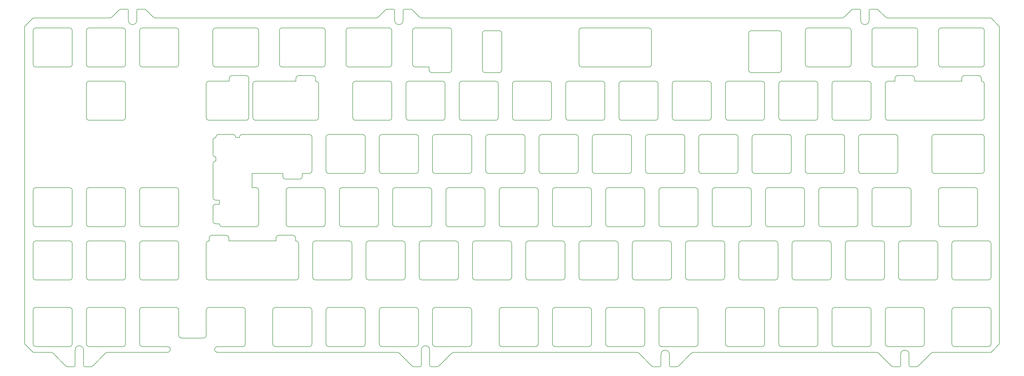
<source format=gbr>
%TF.GenerationSoftware,KiCad,Pcbnew,(6.0.4)*%
%TF.CreationDate,2022-04-30T00:29:43+02:00*%
%TF.ProjectId,fr4plate,66723470-6c61-4746-952e-6b696361645f,rev?*%
%TF.SameCoordinates,Original*%
%TF.FileFunction,Profile,NP*%
%FSLAX46Y46*%
G04 Gerber Fmt 4.6, Leading zero omitted, Abs format (unit mm)*
G04 Created by KiCad (PCBNEW (6.0.4)) date 2022-04-30 00:29:43*
%MOMM*%
%LPD*%
G01*
G04 APERTURE LIST*
%TA.AperFunction,Profile*%
%ADD10C,0.200000*%
%TD*%
G04 APERTURE END LIST*
D10*
X249236589Y-154371634D02*
X261236589Y-154371634D01*
X100309666Y-141371634D02*
G75*
G03*
X99309670Y-140371634I-999966J34D01*
G01*
X52680819Y-57409119D02*
G75*
G03*
X51680819Y-58409140I-19J-999981D01*
G01*
X94550048Y-130559148D02*
G75*
G03*
X95550048Y-129559134I-48J1000048D01*
G01*
X230187548Y-59409148D02*
G75*
G03*
X229187548Y-60409134I-48J-999952D01*
G01*
X280287548Y-73409148D02*
G75*
G03*
X281287548Y-72409134I-48J1000048D01*
G01*
X44446210Y-140371610D02*
G75*
G03*
X43446210Y-141371634I-10J-999990D01*
G01*
X43449999Y-60409164D02*
X43449999Y-72409164D01*
X180273129Y-154371629D02*
G75*
G03*
X181273129Y-153371634I-29J1000029D01*
G01*
X46862536Y-86546154D02*
X46918322Y-86546154D01*
X29637548Y-156396634D02*
X8383868Y-156396634D01*
X225425048Y-97509148D02*
G75*
G03*
X224425048Y-98509134I-48J-999952D01*
G01*
X-6730345Y-161303740D02*
X-11198112Y-156835973D01*
X320768746Y-54340046D02*
G75*
G03*
X321768746Y-53340049I-46J1000046D01*
G01*
X321767554Y-60409146D02*
G75*
G03*
X320767554Y-59409146I-999954J46D01*
G01*
X319387466Y-98509134D02*
G75*
G03*
X318387548Y-97509134I-1000066J-66D01*
G01*
X156462548Y-92459148D02*
G75*
G03*
X157462548Y-91459134I-48J1000048D01*
G01*
X62212464Y-41340036D02*
G75*
G03*
X61212481Y-40340036I-999964J36D01*
G01*
X76500066Y-117559140D02*
X76500066Y-129559140D01*
X209850048Y-117559134D02*
X209850048Y-129559134D01*
X272049970Y-129540030D02*
G75*
G03*
X273050048Y-130540030I999930J-70D01*
G01*
X281286566Y-141371634D02*
G75*
G03*
X280286589Y-140371634I-999966J34D01*
G01*
X25433868Y-36834134D02*
X104041176Y-36834134D01*
X189800048Y-130559148D02*
G75*
G03*
X190800048Y-129559134I-48J1000048D01*
G01*
X209112466Y-161096634D02*
G75*
G03*
X209612548Y-161596634I499934J-66D01*
G01*
X152987548Y-72409134D02*
X152987548Y-60409134D01*
X73025048Y-97509134D02*
X85025048Y-97509134D01*
X118359670Y-154371670D02*
G75*
G03*
X119359670Y-153371634I-70J1000070D01*
G01*
X248236566Y-153371634D02*
G75*
G03*
X249236589Y-154371634I1000034J34D01*
G01*
X44450066Y-116559140D02*
X44537066Y-116559140D01*
X214899970Y-129540030D02*
G75*
G03*
X215900048Y-130540030I999930J-70D01*
G01*
X13587548Y-54359128D02*
G75*
G03*
X14587548Y-53359134I2J999998D01*
G01*
X186323166Y-153371634D02*
G75*
G03*
X187323129Y-154371634I999934J-66D01*
G01*
X45537066Y-114559140D02*
X50537066Y-114559140D01*
X243474966Y-110509134D02*
G75*
G03*
X244475048Y-111509134I999934J-66D01*
G01*
X191087548Y-60409134D02*
X191087548Y-72409134D01*
X118362548Y-78459134D02*
X106362548Y-78459134D01*
X-17462452Y-40359134D02*
G75*
G03*
X-18462452Y-41359134I-1J-999999D01*
G01*
X30637466Y-155371634D02*
G75*
G03*
X29637548Y-154371634I-999966J34D01*
G01*
X108276710Y-33634134D02*
X110362496Y-33634134D01*
X243187548Y-72409134D02*
X243187548Y-60409134D01*
X119623162Y-36394789D02*
G75*
G03*
X120683817Y-36834134I1060638J1060589D01*
G01*
X61212542Y-111509142D02*
G75*
G03*
X62212542Y-110509152I158J999842D01*
G01*
X59862548Y-97509152D02*
X59862548Y-92459134D01*
X157749966Y-129559134D02*
G75*
G03*
X158750048Y-130559134I999934J-66D01*
G01*
X33637566Y-150321634D02*
G75*
G03*
X34637548Y-151321634I1000034J34D01*
G01*
X220662548Y-78459148D02*
G75*
G03*
X219662548Y-79459134I-48J-999952D01*
G01*
X109837481Y-41340036D02*
X109837481Y-53340036D01*
X166987548Y-60409134D02*
X166987548Y-72409134D01*
X163512548Y-78459148D02*
G75*
G03*
X162512548Y-79459134I-48J-999952D01*
G01*
X156462548Y-78459134D02*
X144462548Y-78459134D01*
X105362466Y-91459134D02*
G75*
G03*
X106362548Y-92459134I999934J-66D01*
G01*
X100600048Y-129559134D02*
X100600048Y-117559134D01*
X111566228Y-156396634D02*
X47446210Y-156396634D01*
X243475048Y-110509134D02*
X243475048Y-98509134D01*
X195562466Y-79459134D02*
G75*
G03*
X194562548Y-78459134I-1000066J-66D01*
G01*
X61212482Y-54340081D02*
G75*
G03*
X62212481Y-53340036I-82J1000081D01*
G01*
X199325048Y-111509134D02*
X187325048Y-111509134D01*
X274143746Y-41340049D02*
X274143746Y-53340049D01*
X33637548Y-53359134D02*
X33637548Y-41359134D01*
X205612548Y-161596634D02*
X203526762Y-161596634D01*
X263525048Y-97509148D02*
G75*
G03*
X262525048Y-98509134I-48J-999952D01*
G01*
X161223129Y-140371634D02*
X149223129Y-140371634D01*
X99312548Y-92459148D02*
G75*
G03*
X100312548Y-91459134I-48J1000048D01*
G01*
X181273129Y-153371634D02*
X181273129Y-141371634D01*
X120683817Y-36834134D02*
X270728676Y-36834134D01*
X-5462452Y-140371634D02*
X-17462452Y-140371634D01*
X44449999Y-59409099D02*
G75*
G03*
X43449999Y-60409164I101J-1000101D01*
G01*
X229187548Y-60409134D02*
X229187548Y-72409134D01*
X125409670Y-140371634D02*
X137409670Y-140371634D01*
X302598208Y-156835973D02*
X298130441Y-161303740D01*
X228899970Y-117540030D02*
G75*
G03*
X227900048Y-116540030I-1000070J-70D01*
G01*
X587548Y-60409134D02*
X587548Y-72409134D01*
X287337554Y-59409154D02*
G75*
G03*
X286337554Y-60409146I-154J-999846D01*
G01*
X173037548Y-59409134D02*
X185037548Y-59409134D01*
X81259666Y-141371634D02*
G75*
G03*
X80259670Y-140371634I-999966J34D01*
G01*
X1587548Y-40359134D02*
X13587548Y-40359134D01*
X266000048Y-116540030D02*
X254000048Y-116540030D01*
X104075048Y-111509148D02*
G75*
G03*
X105075048Y-110509134I-48J1000048D01*
G01*
X118359670Y-154371634D02*
X106359670Y-154371634D01*
X85025048Y-111509148D02*
G75*
G03*
X86025048Y-110509134I-48J1000048D01*
G01*
X45862548Y-104417159D02*
X45862548Y-109422131D01*
X113600048Y-130559148D02*
G75*
G03*
X114600048Y-129559134I-48J1000048D01*
G01*
X306387548Y-97509148D02*
G75*
G03*
X305387548Y-98509134I-48J-999952D01*
G01*
X20637548Y-54359134D02*
X32637548Y-54359134D01*
X232662548Y-92459134D02*
X220662548Y-92459134D01*
X55356310Y-79546154D02*
X53953927Y-79546154D01*
X51680819Y-58409140D02*
X51680819Y-59409164D01*
X292100048Y-116540048D02*
G75*
G03*
X291100048Y-117540030I-48J-999952D01*
G01*
X283016228Y-156396634D02*
X217933868Y-156396634D01*
X201706248Y-54359148D02*
G75*
G03*
X202706248Y-53359134I-48J1000048D01*
G01*
X187325048Y-97509148D02*
G75*
G03*
X186325048Y-98509134I-48J-999952D01*
G01*
X258762482Y-40340081D02*
G75*
G03*
X257762481Y-41340036I-82J-999919D01*
G01*
X223137548Y-73409148D02*
G75*
G03*
X224137548Y-72409134I-48J1000048D01*
G01*
X211698334Y-161596606D02*
G75*
G03*
X212405441Y-161303740I66J999906D01*
G01*
X286310662Y-36394789D02*
G75*
G03*
X287371317Y-36834134I1060638J1060589D01*
G01*
X321768866Y-79459134D02*
G75*
G03*
X320768798Y-78459134I-1000066J-66D01*
G01*
X46918322Y-86546154D02*
X46918322Y-87984143D01*
X306387482Y-40340081D02*
G75*
G03*
X305387481Y-41340036I-82J-999919D01*
G01*
X-18462452Y-153371634D02*
G75*
G03*
X-17462452Y-154371634I1000003J3D01*
G01*
X314681788Y-57409146D02*
X319681788Y-57409146D01*
X323150048Y-130540048D02*
G75*
G03*
X324150048Y-129540030I-48J1000048D01*
G01*
X238450361Y-41340081D02*
G75*
G03*
X237449981Y-42340061I-361J-1000019D01*
G01*
X327175048Y-39834134D02*
X327175048Y-153396634D01*
X194562548Y-92459148D02*
G75*
G03*
X195562548Y-91459134I-48J1000048D01*
G01*
X72024966Y-110509134D02*
G75*
G03*
X73025048Y-111509134I999934J-66D01*
G01*
X318387548Y-111509134D02*
X306387548Y-111509134D01*
X286336566Y-153371634D02*
G75*
G03*
X287336589Y-154371634I1000034J34D01*
G01*
X-4462452Y-98509134D02*
G75*
G03*
X-5462452Y-97509134I-999999J1D01*
G01*
X92075048Y-97509134D02*
X104075048Y-97509134D01*
X210137548Y-60409134D02*
X210137548Y-72409134D01*
X225425048Y-97509134D02*
X237425048Y-97509134D01*
X202819646Y-161303749D02*
G75*
G03*
X203526762Y-161596634I707154J707249D01*
G01*
X117268751Y-53340049D02*
G75*
G03*
X118268746Y-54340049I999849J-151D01*
G01*
X313681758Y-59409149D02*
X313681788Y-59401395D01*
X76500060Y-117559140D02*
G75*
G03*
X75500066Y-116559140I-999960J40D01*
G01*
X294837548Y-161096634D02*
X294837548Y-157146634D01*
X76556795Y-57409140D02*
X81556795Y-57409140D01*
X191087466Y-72409134D02*
G75*
G03*
X192087548Y-73409134I999934J-66D01*
G01*
X142175048Y-111509148D02*
G75*
G03*
X143175048Y-110509134I-48J1000048D01*
G01*
X247949970Y-117540030D02*
G75*
G03*
X246950048Y-116540030I-1000070J-70D01*
G01*
X206373129Y-140371629D02*
G75*
G03*
X205373129Y-141371634I-29J-999971D01*
G01*
X143199990Y-41343790D02*
G75*
G03*
X142199990Y-42343772I10J-1000010D01*
G01*
X258762548Y-78459148D02*
G75*
G03*
X257762548Y-79459134I-48J-999952D01*
G01*
X219373166Y-141371634D02*
G75*
G03*
X218373129Y-140371634I-1000066J-66D01*
G01*
X46862548Y-101984143D02*
X48212542Y-101984143D01*
X77794299Y-92459134D02*
X80262548Y-92459134D01*
X291837548Y-157146634D02*
X291837548Y-161096634D01*
X281286589Y-153371634D02*
X281286589Y-141371634D01*
X132650048Y-130559134D02*
X120650048Y-130559134D01*
X86025048Y-98509134D02*
X86025048Y-110509134D01*
X129175048Y-110509134D02*
X129175048Y-98509134D01*
X45537066Y-114559066D02*
G75*
G03*
X44537066Y-115559140I34J-1000034D01*
G01*
X131148208Y-156835973D02*
X126680441Y-161303740D01*
X110862566Y-34134134D02*
G75*
G03*
X110362496Y-33634134I-500066J-66D01*
G01*
X587546Y-153371634D02*
G75*
G03*
X1587548Y-154371634I1000004J4D01*
G01*
X252712466Y-79459134D02*
G75*
G03*
X251712548Y-78459134I-1000066J-66D01*
G01*
X57680819Y-57409140D02*
X52680819Y-57409140D01*
X208850048Y-130559134D02*
X196850048Y-130559134D01*
X219373129Y-153371634D02*
X219373129Y-141371634D01*
X46862548Y-79546148D02*
G75*
G03*
X45862548Y-80546154I-48J-999952D01*
G01*
X75556795Y-59409168D02*
X75556795Y-58409140D01*
X47446210Y-154371610D02*
G75*
G03*
X46446210Y-155371634I-10J-999990D01*
G01*
X149199990Y-42343772D02*
X149199990Y-55343772D01*
X33637466Y-41359134D02*
G75*
G03*
X32637548Y-40359134I-999966J34D01*
G01*
X93456251Y-53340049D02*
G75*
G03*
X94456247Y-54340049I999849J-151D01*
G01*
X223137548Y-59409134D02*
X211137548Y-59409134D01*
X72025048Y-110509134D02*
X72025048Y-98509134D01*
X286337554Y-72409146D02*
G75*
G03*
X287337554Y-73409146I1000046J46D01*
G01*
X106362548Y-78459148D02*
G75*
G03*
X105362548Y-79459134I-48J-999952D01*
G01*
X286336589Y-141371634D02*
X286336589Y-153371634D01*
X15612548Y-34134134D02*
X15612548Y-37659134D01*
X115887548Y-59409148D02*
G75*
G03*
X114887548Y-60409134I-48J-999952D01*
G01*
X113600048Y-130559134D02*
X101600048Y-130559134D01*
X61118808Y-59409207D02*
G75*
G03*
X60118807Y-60409140I-108J-999893D01*
G01*
X114599966Y-117559134D02*
G75*
G03*
X113600048Y-116559134I-1000066J-66D01*
G01*
X228900048Y-117540030D02*
X228900048Y-129540030D01*
X297423334Y-161596634D02*
X295337548Y-161596634D01*
X233662466Y-79459134D02*
G75*
G03*
X232662548Y-78459134I-1000066J-66D01*
G01*
X257475048Y-98509134D02*
X257475048Y-110509134D01*
X283842891Y-33927026D02*
G75*
G03*
X283135783Y-33634134I-707091J-707074D01*
G01*
X13587548Y-154371628D02*
G75*
G03*
X14587548Y-153371634I2J999998D01*
G01*
X110125048Y-98509134D02*
X110125048Y-110509134D01*
X273143746Y-54340046D02*
G75*
G03*
X274143746Y-53340049I-46J1000046D01*
G01*
X275525048Y-111509148D02*
G75*
G03*
X276525048Y-110509134I-48J1000048D01*
G01*
X82643749Y-73409164D02*
X61118807Y-73409140D01*
X200612466Y-91459134D02*
G75*
G03*
X201612548Y-92459134I999934J-66D01*
G01*
X32637548Y-130559148D02*
G75*
G03*
X33637548Y-129559134I-48J1000048D01*
G01*
X185037548Y-73409134D02*
X173037548Y-73409134D01*
X30637548Y-155371634D02*
X30637548Y-155396634D01*
X181562466Y-91459134D02*
G75*
G03*
X182562548Y-92459134I999934J-66D01*
G01*
X157750048Y-129559134D02*
X157750048Y-117559134D01*
X296956246Y-54340046D02*
G75*
G03*
X297956246Y-53340049I-46J1000046D01*
G01*
X109837464Y-41340036D02*
G75*
G03*
X108837481Y-40340036I-999964J36D01*
G01*
X262236589Y-153371634D02*
X262236589Y-141371634D01*
X146937548Y-73409148D02*
G75*
G03*
X147937548Y-72409134I-48J1000048D01*
G01*
X237425048Y-111509148D02*
G75*
G03*
X238425048Y-110509134I-48J1000048D01*
G01*
X-5462452Y-111509134D02*
G75*
G03*
X-4462452Y-110509134I-3J1000003D01*
G01*
X29637548Y-156396648D02*
G75*
G03*
X30637548Y-155396634I-48J1000048D01*
G01*
X48212542Y-103422101D02*
X46862536Y-103422101D01*
X283842890Y-33927027D02*
X286310657Y-36394794D01*
X267000048Y-129540030D02*
X267000048Y-117540030D01*
X-17462452Y-140371634D02*
G75*
G03*
X-18462452Y-141371634I-1J-999999D01*
G01*
X199323129Y-154371629D02*
G75*
G03*
X200323129Y-153371634I-29J1000029D01*
G01*
X42446210Y-151321634D02*
X34637548Y-151321634D01*
X51537066Y-115559140D02*
X51537066Y-116559140D01*
X82556795Y-59409164D02*
X82643749Y-59409164D01*
X202819655Y-161303740D02*
X198351888Y-156835973D01*
X262237548Y-72409134D02*
X262237548Y-60409134D01*
X314681788Y-57409188D02*
G75*
G03*
X313681788Y-58409146I-88J-999912D01*
G01*
X171750048Y-117559134D02*
X171750048Y-129559134D01*
X287371317Y-36834134D02*
X324175048Y-36834134D01*
X13587548Y-154371634D02*
X1587548Y-154371634D01*
X248236589Y-141371634D02*
X248236589Y-153371634D01*
X56456987Y-73409140D02*
X57685791Y-73409140D01*
X237449939Y-55340061D02*
G75*
G03*
X238449601Y-56340061I1000061J61D01*
G01*
X238450361Y-41340061D02*
X248212882Y-41343772D01*
X266000048Y-130540048D02*
G75*
G03*
X267000048Y-129540030I-48J1000048D01*
G01*
X238425048Y-98509134D02*
X238425048Y-110509134D01*
X248212122Y-56343702D02*
G75*
G03*
X249212502Y-55343772I478J999902D01*
G01*
X143175048Y-98509134D02*
X143175048Y-110509134D01*
X157462548Y-91459134D02*
X157462548Y-79459134D01*
X261237548Y-59409134D02*
X249237548Y-59409134D01*
X108837548Y-59409134D02*
X96837548Y-59409134D01*
X300336566Y-141371634D02*
G75*
G03*
X299336589Y-140371634I-999966J34D01*
G01*
X181562548Y-79459134D02*
X181562548Y-91459134D01*
X-5462452Y-54359134D02*
X-17462452Y-54359134D01*
X-5462452Y-130559134D02*
X-17462452Y-130559134D01*
X124409666Y-153371634D02*
G75*
G03*
X125409670Y-154371634I1000034J34D01*
G01*
X74294298Y-94459134D02*
X76794299Y-94459134D01*
X101600048Y-116559134D02*
X113600048Y-116559134D01*
X44537066Y-116559140D02*
X44537066Y-115559140D01*
X93456246Y-53340049D02*
X93456246Y-41340049D01*
X80262548Y-78459134D02*
X56356310Y-78459134D01*
X-18487452Y-156396634D02*
X-21487452Y-153396634D01*
X587548Y-117559134D02*
X587548Y-129559134D01*
X227900048Y-130540030D02*
X215900048Y-130540030D01*
X86309670Y-141371634D02*
X86309670Y-153371634D01*
X186324966Y-110509134D02*
G75*
G03*
X187325048Y-111509134I999934J-66D01*
G01*
X276812548Y-91459134D02*
X276812548Y-79459134D01*
X282575048Y-97509134D02*
X294575048Y-97509134D01*
X162223129Y-153371634D02*
X162223129Y-141371634D01*
X319387548Y-98509134D02*
X319387548Y-110509134D01*
X52997483Y-78459134D02*
X47918322Y-78459134D01*
X218375048Y-97509134D02*
X206375048Y-97509134D01*
X100309670Y-153371634D02*
X100309670Y-141371634D01*
X53953916Y-79458185D02*
G75*
G03*
X52997483Y-78459134I-1000016J-15D01*
G01*
X218373129Y-154371629D02*
G75*
G03*
X219373129Y-153371634I-29J1000029D01*
G01*
X133649966Y-117559134D02*
G75*
G03*
X132650048Y-116559134I-1000066J-66D01*
G01*
X163512548Y-78459134D02*
X175512548Y-78459134D01*
X44450066Y-116559066D02*
G75*
G03*
X43450066Y-117559140I34J-1000034D01*
G01*
X119650048Y-129559134D02*
X119650048Y-117559134D01*
X257762548Y-91459134D02*
X257762548Y-79459134D01*
X101600048Y-116559148D02*
G75*
G03*
X100600048Y-117559134I-48J-999952D01*
G01*
X294575048Y-111509134D02*
X282575048Y-111509134D01*
X205373129Y-141371634D02*
X205373129Y-153371634D01*
X305387481Y-53340036D02*
X305387481Y-41340036D01*
X209112548Y-161096634D02*
X209112548Y-157146634D01*
X217933868Y-156396613D02*
G75*
G03*
X216873208Y-156835973I-68J-1499787D01*
G01*
X-5462452Y-111509134D02*
X-17462452Y-111509134D01*
X249236589Y-140371689D02*
G75*
G03*
X248236589Y-141371634I-89J-999911D01*
G01*
X99309670Y-154371670D02*
G75*
G03*
X100309670Y-153371634I-70J1000070D01*
G01*
X291337548Y-161596634D02*
X289251762Y-161596634D01*
X204087548Y-73409148D02*
G75*
G03*
X205087548Y-72409134I-48J1000048D01*
G01*
X202706166Y-41359134D02*
G75*
G03*
X201706248Y-40359134I-1000066J-66D01*
G01*
X285050048Y-130540048D02*
G75*
G03*
X286050048Y-129540030I-48J1000048D01*
G01*
X281049996Y-33634134D02*
X283135783Y-33634134D01*
X124409670Y-153371634D02*
X124409670Y-141371634D01*
X233949970Y-129540030D02*
G75*
G03*
X234950048Y-130540030I999930J-70D01*
G01*
X189800048Y-130559134D02*
X177800048Y-130559134D01*
X219662548Y-91459134D02*
X219662548Y-79459134D01*
X142175048Y-111509134D02*
X130175048Y-111509134D01*
X-6730345Y-161303740D02*
G75*
G03*
X-6023238Y-161596634I707108J707107D01*
G01*
X120650048Y-116559134D02*
X132650048Y-116559134D01*
X270762548Y-92459148D02*
G75*
G03*
X271762548Y-91459134I-48J1000048D01*
G01*
X587546Y-110509134D02*
G75*
G03*
X1587548Y-111509134I1000004J4D01*
G01*
X81262466Y-79459134D02*
G75*
G03*
X80262548Y-78459134I-1000066J-66D01*
G01*
X96837548Y-73409134D02*
X108837548Y-73409134D01*
X239712548Y-78459148D02*
G75*
G03*
X238712548Y-79459134I-48J-999952D01*
G01*
X161225048Y-111509148D02*
G75*
G03*
X162225048Y-110509134I-48J1000048D01*
G01*
X114887466Y-72409134D02*
G75*
G03*
X115887548Y-73409134I999934J-66D01*
G01*
X310150048Y-129540030D02*
X310150048Y-117540030D01*
X209112548Y-157146634D02*
G75*
G03*
X206112548Y-157146634I-1500000J0D01*
G01*
X258762482Y-40340036D02*
X273143747Y-40340049D01*
X296805811Y-59409146D02*
X313681758Y-59409149D01*
X274964210Y-33634131D02*
G75*
G03*
X274257103Y-33927027I-10J-999969D01*
G01*
X320681788Y-58409146D02*
X320681788Y-59409146D01*
X56449999Y-73409164D02*
X56456987Y-73409140D01*
X321768798Y-79459134D02*
X321768798Y-91459134D01*
X273050048Y-116540030D02*
X285050048Y-116540030D01*
X129174966Y-110509134D02*
G75*
G03*
X130175048Y-111509134I999934J-66D01*
G01*
X177800048Y-116559148D02*
G75*
G03*
X176800048Y-117559134I-48J-999952D01*
G01*
X71829889Y-94458197D02*
X74294298Y-94459134D01*
X2148334Y-161596634D02*
X62548Y-161596634D01*
X294837548Y-157146634D02*
G75*
G03*
X291837548Y-157146634I-1500000J0D01*
G01*
X206375048Y-111509134D02*
X218375048Y-111509134D01*
X108837482Y-54340081D02*
G75*
G03*
X109837481Y-53340036I-82J1000081D01*
G01*
X262525048Y-98509134D02*
X262525048Y-110509134D01*
X75500066Y-130559066D02*
G75*
G03*
X76500066Y-129559140I-66J1000066D01*
G01*
X205612548Y-161596648D02*
G75*
G03*
X206112548Y-161096634I-48J500048D01*
G01*
X306387548Y-97509134D02*
X318387548Y-97509134D01*
X111125048Y-111509134D02*
X123125048Y-111509134D01*
X-17462452Y-97509134D02*
G75*
G03*
X-18462452Y-98509134I-1J-999999D01*
G01*
X75413042Y-115559140D02*
X75413042Y-116559140D01*
X175512548Y-92459148D02*
G75*
G03*
X176512548Y-91459134I-48J1000048D01*
G01*
X201706248Y-54359134D02*
X177799996Y-54359134D01*
X143174966Y-98509134D02*
G75*
G03*
X142175048Y-97509134I-1000066J-66D01*
G01*
X310149970Y-129540030D02*
G75*
G03*
X311150048Y-130540030I999930J-70D01*
G01*
X19637548Y-110509134D02*
X19637548Y-98509134D01*
X46862548Y-87984148D02*
G75*
G03*
X45862548Y-88984143I-48J-999952D01*
G01*
X290805811Y-57409146D02*
X295805811Y-57409146D01*
X168275048Y-97509148D02*
G75*
G03*
X167275048Y-98509134I-48J-999952D01*
G01*
X47918322Y-78459122D02*
G75*
G03*
X46918322Y-79459134I-22J-999978D01*
G01*
X252999970Y-129540030D02*
G75*
G03*
X254000048Y-130540030I999930J-70D01*
G01*
X105075048Y-98509134D02*
X105075048Y-110509134D01*
X73025048Y-97509148D02*
G75*
G03*
X72025048Y-98509134I-48J-999952D01*
G01*
X115887548Y-59409134D02*
X127887548Y-59409134D01*
X149223129Y-154371634D02*
X161223129Y-154371634D01*
X304100048Y-130540030D02*
X292100048Y-130540030D01*
X53953927Y-79546154D02*
X53953927Y-79458185D01*
X32637548Y-140371634D02*
X20637548Y-140371634D01*
X274964210Y-33634134D02*
X277049996Y-33634134D01*
X256475048Y-111509134D02*
X244475048Y-111509134D01*
X238712548Y-91459134D02*
X238712548Y-79459134D01*
X195850048Y-129559134D02*
X195850048Y-117559134D01*
X123149981Y-54340049D02*
X123149981Y-55340061D01*
X-17462452Y-40359134D02*
X-5462452Y-40359134D01*
X44449999Y-73409164D02*
X56449999Y-73409164D01*
X147937548Y-72409134D02*
X147937548Y-60409134D01*
X277549996Y-34134134D02*
X277549996Y-37659134D01*
X199325048Y-111509148D02*
G75*
G03*
X200325048Y-110509134I-48J1000048D01*
G01*
X168275048Y-97509134D02*
X180275048Y-97509134D01*
X8791228Y-36834144D02*
G75*
G03*
X9851888Y-36394794I-28J1500044D01*
G01*
X33637548Y-117559134D02*
X33637548Y-129559134D01*
X139700048Y-116559134D02*
X151700048Y-116559134D01*
X246950048Y-130540030D02*
X234950048Y-130540030D01*
X106359670Y-140371634D02*
X118359670Y-140371634D01*
X67259670Y-141371634D02*
X67259670Y-153371634D01*
X206375048Y-97509148D02*
G75*
G03*
X205375048Y-98509134I-48J-999952D01*
G01*
X320768746Y-54340049D02*
X306387481Y-54340036D01*
X123149939Y-55340061D02*
G75*
G03*
X124149981Y-56340061I1000061J61D01*
G01*
X119359666Y-141371634D02*
G75*
G03*
X118359670Y-140371634I-999966J34D01*
G01*
X-21487452Y-39834134D02*
X-18487452Y-36834134D01*
X320767554Y-73409154D02*
G75*
G03*
X321767554Y-72409146I-154J1000154D01*
G01*
X180275048Y-111509148D02*
G75*
G03*
X181275048Y-110509134I-48J1000048D01*
G01*
X20637548Y-116559128D02*
G75*
G03*
X19637548Y-117559134I2J-1000002D01*
G01*
X138700048Y-129559134D02*
X138700048Y-117559134D01*
X57685791Y-73409138D02*
G75*
G03*
X58680849Y-72409152I-4791J999838D01*
G01*
X242186589Y-154371689D02*
G75*
G03*
X243186589Y-153371634I-89J1000089D01*
G01*
X153987548Y-59409148D02*
G75*
G03*
X152987548Y-60409134I-48J-999952D01*
G01*
X-21487452Y-153396634D02*
X-21487452Y-39834134D01*
X200325048Y-98509134D02*
X200325048Y-110509134D01*
X261236589Y-140371634D02*
X249236589Y-140371634D01*
X-4462452Y-117559134D02*
X-4462452Y-129559134D01*
X303658868Y-156396613D02*
G75*
G03*
X302598208Y-156835973I-68J-1499787D01*
G01*
X61212482Y-54340036D02*
X46831247Y-54340049D01*
X177799996Y-40359196D02*
G75*
G03*
X176799996Y-41359134I-96J-999904D01*
G01*
X13587548Y-111509134D02*
X1587548Y-111509134D01*
X297423334Y-161596606D02*
G75*
G03*
X298130441Y-161303740I66J999906D01*
G01*
X15612548Y-37659134D02*
G75*
G03*
X18612548Y-37659134I1500000J0D01*
G01*
X176800066Y-53359134D02*
G75*
G03*
X177799996Y-54359134I999934J-66D01*
G01*
X275525048Y-97509134D02*
X263525048Y-97509134D01*
X14587546Y-41359134D02*
G75*
G03*
X13587548Y-40359134I-999996J4D01*
G01*
X323150048Y-154371648D02*
G75*
G03*
X324150048Y-153371634I-48J1000048D01*
G01*
X205087466Y-60409134D02*
G75*
G03*
X204087548Y-59409134I-1000066J-66D01*
G01*
X45862548Y-80546154D02*
X45862548Y-85551095D01*
X243187466Y-60409134D02*
G75*
G03*
X242187548Y-59409134I-1000066J-66D01*
G01*
X234950048Y-116540030D02*
X246950048Y-116540030D01*
X137412548Y-92459134D02*
X125412548Y-92459134D01*
X69643751Y-53340049D02*
G75*
G03*
X70643747Y-54340049I1000049J49D01*
G01*
X186323129Y-141371634D02*
X186323129Y-153371634D01*
X-18462452Y-129559134D02*
G75*
G03*
X-17462452Y-130559134I1000003J3D01*
G01*
X304100048Y-130540048D02*
G75*
G03*
X305100048Y-129540030I-48J1000048D01*
G01*
X187323129Y-140371629D02*
G75*
G03*
X186323129Y-141371634I-29J-999971D01*
G01*
X1587548Y-73409134D02*
X13587548Y-73409134D01*
X232662548Y-92459148D02*
G75*
G03*
X233662548Y-91459134I-48J1000048D01*
G01*
X168273129Y-154371634D02*
X180273129Y-154371634D01*
X202706248Y-41359134D02*
X202706248Y-53359134D01*
X86312466Y-91459134D02*
G75*
G03*
X87312548Y-92459134I999934J-66D01*
G01*
X20637548Y-154371634D02*
X29637548Y-154371634D01*
X33637466Y-141371634D02*
G75*
G03*
X32637548Y-140371634I-999966J34D01*
G01*
X311150048Y-116540030D02*
X323150048Y-116540030D01*
X321767554Y-60409146D02*
X321767554Y-72409146D01*
X270728676Y-36834119D02*
G75*
G03*
X271789336Y-36394794I-76J1500219D01*
G01*
X281287466Y-60409134D02*
G75*
G03*
X280287548Y-59409134I-1000066J-66D01*
G01*
X200324966Y-98509134D02*
G75*
G03*
X199325048Y-97509134I-1000066J-66D01*
G01*
X261237548Y-73409148D02*
G75*
G03*
X262237548Y-72409134I-48J1000048D01*
G01*
X249212502Y-42343772D02*
X249212502Y-55343772D01*
X69643746Y-41340049D02*
X69643746Y-53340049D01*
X273050048Y-116540048D02*
G75*
G03*
X272050048Y-117540030I-48J-999952D01*
G01*
X148223166Y-153371634D02*
G75*
G03*
X149223129Y-154371634I999934J-66D01*
G01*
X45831251Y-53340049D02*
G75*
G03*
X46831247Y-54340049I1000049J49D01*
G01*
X280287548Y-59409134D02*
X268287548Y-59409134D01*
X297956251Y-41340049D02*
G75*
G03*
X296956247Y-40340049I-1000151J-151D01*
G01*
X56446210Y-140371634D02*
X44446210Y-140371634D01*
X216873208Y-156835973D02*
X212405441Y-161303740D01*
X100599966Y-129559134D02*
G75*
G03*
X101600048Y-130559134I999934J-66D01*
G01*
X587546Y-129559134D02*
G75*
G03*
X1587548Y-130559134I1000004J4D01*
G01*
X305387466Y-110509134D02*
G75*
G03*
X306387548Y-111509134I999934J-66D01*
G01*
X117094655Y-161303740D02*
X112626888Y-156835973D01*
X133937466Y-72409134D02*
G75*
G03*
X134937548Y-73409134I999934J-66D01*
G01*
X70829874Y-92459134D02*
X70829874Y-93458197D01*
X167274966Y-110509134D02*
G75*
G03*
X168275048Y-111509134I999934J-66D01*
G01*
X15612466Y-34134134D02*
G75*
G03*
X15112548Y-33634134I-499966J34D01*
G01*
X83643749Y-60409164D02*
X83643749Y-72409164D01*
X-11198112Y-156835973D02*
G75*
G03*
X-12258772Y-156396634I-1060658J-1060657D01*
G01*
X205374966Y-110509134D02*
G75*
G03*
X206375048Y-111509134I999934J-66D01*
G01*
X587548Y-153371634D02*
X587548Y-141371634D01*
X-12258772Y-156396634D02*
X-18487452Y-156396634D01*
X105074966Y-98509134D02*
G75*
G03*
X104075048Y-97509134I-1000066J-66D01*
G01*
X292100048Y-116540030D02*
X304100048Y-116540030D01*
X152700048Y-117559134D02*
X152700048Y-129559134D01*
X111125048Y-97509148D02*
G75*
G03*
X110125048Y-98509134I-48J-999952D01*
G01*
X244475048Y-97509148D02*
G75*
G03*
X243475048Y-98509134I-48J-999952D01*
G01*
X58680760Y-58409140D02*
G75*
G03*
X57680819Y-57409140I-999960J40D01*
G01*
X167275048Y-110509134D02*
X167275048Y-98509134D01*
X172037466Y-72409134D02*
G75*
G03*
X173037548Y-73409134I999934J-66D01*
G01*
X324149966Y-141371634D02*
G75*
G03*
X323150048Y-140371634I-1000066J-66D01*
G01*
X105359666Y-153371634D02*
G75*
G03*
X106359670Y-154371634I1000034J34D01*
G01*
X114362496Y-33634134D02*
X116448283Y-33634134D01*
X205087548Y-72409134D02*
X205087548Y-60409134D01*
X291337548Y-161596648D02*
G75*
G03*
X291837548Y-161096634I-48J500048D01*
G01*
X200323166Y-141371634D02*
G75*
G03*
X199323129Y-140371634I-1000066J-66D01*
G01*
X261236589Y-154371689D02*
G75*
G03*
X262236589Y-153371634I-89J1000089D01*
G01*
X14587548Y-141371634D02*
X14587548Y-153371634D01*
X108837548Y-73409148D02*
G75*
G03*
X109837548Y-72409134I-48J1000048D01*
G01*
X104075048Y-111509134D02*
X92075048Y-111509134D01*
X14587548Y-72409134D02*
X14587548Y-60409134D01*
X46862548Y-110422131D02*
X48212542Y-110422131D01*
X295575048Y-98509134D02*
X295575048Y-110509134D01*
X206112548Y-157146634D02*
X206112548Y-161096634D01*
X213612548Y-92459148D02*
G75*
G03*
X214612548Y-91459134I-48J1000048D01*
G01*
X13026762Y-33634134D02*
X15112548Y-33634134D01*
X91074966Y-110509134D02*
G75*
G03*
X92075048Y-111509134I999934J-66D01*
G01*
X14587546Y-117559134D02*
G75*
G03*
X13587548Y-116559134I-999996J4D01*
G01*
X94550048Y-130559134D02*
X82550048Y-130559134D01*
X168273129Y-140371629D02*
G75*
G03*
X167273129Y-141371634I-29J-999971D01*
G01*
X176512466Y-79459134D02*
G75*
G03*
X175512548Y-78459134I-1000066J-66D01*
G01*
X58680819Y-59401389D02*
X58680819Y-58409140D01*
X86024981Y-53340036D02*
X86024981Y-41340036D01*
X51680819Y-59409164D02*
X44449999Y-59409164D01*
X177799996Y-40359134D02*
X187318613Y-40359142D01*
X118268746Y-40340046D02*
G75*
G03*
X117268746Y-41340049I-46J-999954D01*
G01*
X-4462452Y-41359134D02*
G75*
G03*
X-5462452Y-40359134I-999999J1D01*
G01*
X68413012Y-116559140D02*
X68413042Y-116551389D01*
X229187466Y-72409134D02*
G75*
G03*
X230187548Y-73409134I999934J-66D01*
G01*
X-18462452Y-129559134D02*
X-18462452Y-117559134D01*
X108837482Y-54340036D02*
X94456247Y-54340049D01*
X46831246Y-40340049D02*
X61212481Y-40340036D01*
X281574981Y-53340036D02*
X281574981Y-41340036D01*
X112626908Y-156835953D02*
G75*
G03*
X111566228Y-156396634I-1060708J-1060847D01*
G01*
X324175048Y-156396634D02*
X303658868Y-156396634D01*
X214612548Y-79459134D02*
X214612548Y-91459134D01*
X214900048Y-129540030D02*
X214900048Y-117540030D01*
X82643749Y-73409249D02*
G75*
G03*
X83643749Y-72409164I51J999949D01*
G01*
X142199928Y-55343772D02*
G75*
G03*
X143199990Y-56343772I1000072J72D01*
G01*
X247950048Y-117540030D02*
X247950048Y-129540030D01*
X263525048Y-111509134D02*
X275525048Y-111509134D01*
X48212542Y-110422131D02*
X48212542Y-110509152D01*
X14587548Y-41359134D02*
X14587548Y-53359134D01*
X1587548Y-140371634D02*
X13587548Y-140371634D01*
X33637466Y-98509134D02*
G75*
G03*
X32637548Y-97509134I-999966J34D01*
G01*
X100312548Y-91459134D02*
X100312548Y-79459134D01*
X46918322Y-79546154D02*
X46862548Y-79546154D01*
X144462548Y-92459134D02*
X156462548Y-92459134D01*
X182562548Y-92459134D02*
X194562548Y-92459134D01*
X282575048Y-97509148D02*
G75*
G03*
X281575048Y-98509134I-48J-999952D01*
G01*
X288544655Y-161303740D02*
X284076888Y-156835973D01*
X321768746Y-41340049D02*
X321768746Y-53340049D01*
X201612548Y-78459134D02*
X213612548Y-78459134D01*
X14587546Y-98509134D02*
G75*
G03*
X13587548Y-97509134I-999996J4D01*
G01*
X83643736Y-60409164D02*
G75*
G03*
X82643749Y-59409164I-1000036J-36D01*
G01*
X262524966Y-110509134D02*
G75*
G03*
X263525048Y-111509134I999934J-66D01*
G01*
X282574982Y-40340036D02*
X296956247Y-40340049D01*
X-3437452Y-155571634D02*
X-3437452Y-161096634D01*
X-437452Y-155571634D02*
G75*
G03*
X-3437452Y-155571634I-1500000J0D01*
G01*
X149225048Y-97509134D02*
X161225048Y-97509134D01*
X277549996Y-37659134D02*
G75*
G03*
X280549996Y-37659134I1500000J0D01*
G01*
X-18462452Y-53359134D02*
G75*
G03*
X-17462452Y-54359134I1000003J3D01*
G01*
X262237466Y-60409134D02*
G75*
G03*
X261237548Y-59409134I-1000066J-66D01*
G01*
X229186566Y-153371634D02*
G75*
G03*
X230186589Y-154371634I1000034J34D01*
G01*
X-4462452Y-153371634D02*
X-4462452Y-141371634D01*
X-18462452Y-53359134D02*
X-18462452Y-41359134D01*
X280549996Y-37659134D02*
X280549996Y-34134134D01*
X267287466Y-72409134D02*
G75*
G03*
X268287548Y-73409134I999934J-66D01*
G01*
X24373217Y-36394785D02*
G75*
G03*
X25433868Y-36834134I1060683J1060685D01*
G01*
X123387548Y-161096634D02*
X123387548Y-155571634D01*
X271789336Y-36394794D02*
X274257103Y-33927027D01*
X276525048Y-110509134D02*
X276525048Y-98509134D01*
X43450060Y-129559140D02*
G75*
G03*
X44450066Y-130559140I1000040J40D01*
G01*
X158750048Y-116559148D02*
G75*
G03*
X157750048Y-117559134I-48J-999952D01*
G01*
X14587546Y-60409134D02*
G75*
G03*
X13587548Y-59409134I-999996J4D01*
G01*
X161223129Y-154371629D02*
G75*
G03*
X162223129Y-153371634I-29J1000029D01*
G01*
X288544646Y-161303749D02*
G75*
G03*
X289251762Y-161596634I707154J707249D01*
G01*
X297956246Y-41340049D02*
X297956246Y-53340049D01*
X151700048Y-130559134D02*
X139700048Y-130559134D01*
X110862496Y-37659134D02*
G75*
G03*
X113862496Y-37659134I1500000J0D01*
G01*
X257474966Y-98509134D02*
G75*
G03*
X256475048Y-97509134I-1000066J-66D01*
G01*
X19112548Y-33634148D02*
G75*
G03*
X18612548Y-34134134I-48J-499952D01*
G01*
X96837548Y-59409148D02*
G75*
G03*
X95837548Y-60409134I-48J-999952D01*
G01*
X100312466Y-79459134D02*
G75*
G03*
X99312548Y-78459134I-1000066J-66D01*
G01*
X149199928Y-42343772D02*
G75*
G03*
X148199990Y-41343772I-999928J72D01*
G01*
X21905417Y-33927051D02*
G75*
G03*
X21198334Y-33634134I-707117J-707049D01*
G01*
X60118760Y-72409140D02*
G75*
G03*
X61118807Y-73409140I1000040J40D01*
G01*
X282574982Y-40340081D02*
G75*
G03*
X281574981Y-41340036I-82J-999919D01*
G01*
X305387548Y-110509134D02*
X305387548Y-98509134D01*
X158750048Y-116559134D02*
X170750048Y-116559134D01*
X80262548Y-92459148D02*
G75*
G03*
X81262548Y-91459134I-48J1000048D01*
G01*
X218373129Y-140371634D02*
X206373129Y-140371634D01*
X304006298Y-78459134D02*
X320768798Y-78459134D01*
X211137548Y-73409134D02*
X223137548Y-73409134D01*
X95837466Y-72409134D02*
G75*
G03*
X96837548Y-73409134I999934J-66D01*
G01*
X77794299Y-93459134D02*
X77794299Y-92459134D01*
X-4462452Y-117559134D02*
G75*
G03*
X-5462452Y-116559134I-999999J1D01*
G01*
X294575048Y-111509148D02*
G75*
G03*
X295575048Y-110509134I-48J1000048D01*
G01*
X258762548Y-78459134D02*
X270762548Y-78459134D01*
X33637466Y-117559134D02*
G75*
G03*
X32637548Y-116559134I-999966J34D01*
G01*
X276524966Y-98509134D02*
G75*
G03*
X275525048Y-97509134I-1000066J-66D01*
G01*
X-437454Y-161096634D02*
G75*
G03*
X62548Y-161596634I500004J4D01*
G01*
X257762464Y-53340036D02*
G75*
G03*
X258762481Y-54340036I1000036J36D01*
G01*
X117094646Y-161303749D02*
G75*
G03*
X117801762Y-161596634I707154J707249D01*
G01*
X187323129Y-154371634D02*
X199323129Y-154371634D01*
X137409670Y-154371634D02*
X125409670Y-154371634D01*
X324175048Y-36834134D02*
X327175048Y-39834134D01*
X118268746Y-54340049D02*
X123149981Y-54340049D01*
X227900048Y-130540048D02*
G75*
G03*
X228900048Y-129540030I-48J1000048D01*
G01*
X119362466Y-79459134D02*
G75*
G03*
X118362548Y-78459134I-1000066J-66D01*
G01*
X196850048Y-116559134D02*
X208850048Y-116559134D01*
X130175048Y-97509134D02*
X142175048Y-97509134D01*
X324150048Y-141371634D02*
X324150048Y-153371634D01*
X290812548Y-79459134D02*
X290812548Y-91459134D01*
X237449981Y-55340061D02*
X237449981Y-42340061D01*
X62212481Y-41340036D02*
X62212481Y-53340036D01*
X251712548Y-92459134D02*
X239712548Y-92459134D01*
X19112548Y-33634134D02*
X21198334Y-33634134D01*
X277550066Y-34134134D02*
G75*
G03*
X277049996Y-33634134I-500066J-66D01*
G01*
X125412548Y-78459134D02*
X137412548Y-78459134D01*
X324149970Y-117540030D02*
G75*
G03*
X323150048Y-116540030I-1000070J-70D01*
G01*
X587548Y-110509134D02*
X587548Y-98509134D01*
X-17462452Y-97509134D02*
X-5462452Y-97509134D01*
X268286589Y-154371634D02*
X280286589Y-154371634D01*
X114887548Y-72409134D02*
X114887548Y-60409134D01*
X87309670Y-154371634D02*
X99309670Y-154371634D01*
X195562548Y-91459134D02*
X195562548Y-79459134D01*
X310149966Y-153371634D02*
G75*
G03*
X311150048Y-154371634I999934J-66D01*
G01*
X162512466Y-91459134D02*
G75*
G03*
X163512548Y-92459134I999934J-66D01*
G01*
X119359670Y-141371634D02*
X119359670Y-153371634D01*
X51537060Y-115559140D02*
G75*
G03*
X50537066Y-114559140I-999960J40D01*
G01*
X49212542Y-111509152D02*
X61212542Y-111509152D01*
X-4462452Y-41359134D02*
X-4462452Y-53359134D01*
X18612548Y-37659134D02*
X18612548Y-34134134D01*
X192087548Y-59409148D02*
G75*
G03*
X191087548Y-60409134I-48J-999952D01*
G01*
X281575048Y-110509134D02*
X281575048Y-98509134D01*
X181273166Y-141371634D02*
G75*
G03*
X180273129Y-140371634I-1000066J-66D01*
G01*
X130268746Y-40340049D02*
X118268746Y-40340049D01*
X161225048Y-111509134D02*
X149225048Y-111509134D01*
X238424966Y-98509134D02*
G75*
G03*
X237425048Y-97509134I-1000066J-66D01*
G01*
X60118807Y-72409140D02*
X60118807Y-60409140D01*
X187318613Y-40359142D02*
X187324983Y-40359121D01*
X-437452Y-161096634D02*
X-437452Y-155571634D01*
X142199990Y-55343772D02*
X142199990Y-42343772D01*
X285050048Y-130540030D02*
X273050048Y-130540030D01*
X148224966Y-110509134D02*
G75*
G03*
X149225048Y-111509134I999934J-66D01*
G01*
X243186589Y-141371634D02*
X243186589Y-153371634D01*
X280286589Y-154371689D02*
G75*
G03*
X281286589Y-153371634I-89J1000089D01*
G01*
X133650048Y-117559134D02*
X133650048Y-129559134D01*
X249237548Y-73409134D02*
X261237548Y-73409134D01*
X305099970Y-117540030D02*
G75*
G03*
X304100048Y-116540030I-1000070J-70D01*
G01*
X267287548Y-60409134D02*
X267287548Y-72409134D01*
X128887466Y-60409134D02*
G75*
G03*
X127887548Y-59409134I-1000066J-66D01*
G01*
X70643747Y-54340049D02*
X85024982Y-54340036D01*
X105101836Y-36394794D02*
X107569603Y-33927027D01*
X86312548Y-79459134D02*
X86312548Y-91459134D01*
X190799966Y-117559134D02*
G75*
G03*
X189800048Y-116559134I-1000066J-66D01*
G01*
X1587548Y-59409134D02*
G75*
G03*
X587548Y-60409134I-1J-999999D01*
G01*
X289812548Y-92459134D02*
X277812548Y-92459134D01*
X109837548Y-72409134D02*
X109837548Y-60409134D01*
X175512548Y-92459134D02*
X163512548Y-92459134D01*
X197291228Y-156396634D02*
X132208868Y-156396634D01*
X57446166Y-141371634D02*
G75*
G03*
X56446210Y-140371634I-999966J34D01*
G01*
X233950048Y-129540030D02*
X233950048Y-117540030D01*
X587546Y-72409134D02*
G75*
G03*
X1587548Y-73409134I1000004J4D01*
G01*
X290805811Y-57409211D02*
G75*
G03*
X289805811Y-58409146I-111J-999889D01*
G01*
X32637548Y-40359134D02*
X20637548Y-40359134D01*
X87309670Y-140371670D02*
G75*
G03*
X86309670Y-141371634I-70J-999930D01*
G01*
X69413042Y-114559140D02*
X74413042Y-114559140D01*
X105362548Y-79459134D02*
X105362548Y-91459134D01*
X234950048Y-116540048D02*
G75*
G03*
X233950048Y-117540030I-48J-999952D01*
G01*
X162223166Y-141371634D02*
G75*
G03*
X161223129Y-140371634I-1000066J-66D01*
G01*
X87312548Y-78459148D02*
G75*
G03*
X86312548Y-79459134I-48J-999952D01*
G01*
X239712548Y-78459134D02*
X251712548Y-78459134D01*
X106362548Y-92459134D02*
X118362548Y-92459134D01*
X62212542Y-110509152D02*
X62212542Y-98509152D01*
X13587548Y-73409128D02*
G75*
G03*
X14587548Y-72409134I2J999998D01*
G01*
X125412548Y-78459148D02*
G75*
G03*
X124412548Y-79459134I-48J-999952D01*
G01*
X281574964Y-53340036D02*
G75*
G03*
X282574981Y-54340036I1000036J36D01*
G01*
X118362548Y-92459148D02*
G75*
G03*
X119362548Y-91459134I-48J1000048D01*
G01*
X218375048Y-111509148D02*
G75*
G03*
X219375048Y-110509134I-48J1000048D01*
G01*
X113862496Y-37659134D02*
X113862496Y-34134134D01*
X173037548Y-59409148D02*
G75*
G03*
X172037548Y-60409134I-48J-999952D01*
G01*
X45862457Y-100984143D02*
G75*
G03*
X46862548Y-101984143I1000043J43D01*
G01*
X48212548Y-110509152D02*
G75*
G03*
X49212542Y-111509152I999952J-48D01*
G01*
X20637548Y-116559134D02*
X32637548Y-116559134D01*
X296805811Y-58409146D02*
X296805811Y-59409146D01*
X320681788Y-59409146D02*
X320767554Y-59409146D01*
X95549966Y-117559134D02*
G75*
G03*
X94550048Y-116559134I-1000066J-66D01*
G01*
X2148334Y-161596635D02*
G75*
G03*
X2855441Y-161303740I-4J1000005D01*
G01*
X303006366Y-91459134D02*
G75*
G03*
X304006298Y-92459134I999934J-66D01*
G01*
X324150048Y-117540030D02*
X324150048Y-129540030D01*
X276812466Y-91459134D02*
G75*
G03*
X277812548Y-92459134I999934J-66D01*
G01*
X204087548Y-59409134D02*
X192087548Y-59409134D01*
X-4462452Y-141371634D02*
G75*
G03*
X-5462452Y-140371634I-999999J1D01*
G01*
X148199990Y-56343772D02*
X143199990Y-56343772D01*
X295574966Y-98509134D02*
G75*
G03*
X294575048Y-97509134I-1000066J-66D01*
G01*
X137412548Y-92459148D02*
G75*
G03*
X138412548Y-91459134I-48J1000048D01*
G01*
X45831246Y-53340049D02*
X45831246Y-41340049D01*
X13587548Y-130559128D02*
G75*
G03*
X14587548Y-129559134I2J999998D01*
G01*
X143462466Y-91459134D02*
G75*
G03*
X144462548Y-92459134I999934J-66D01*
G01*
X19637566Y-153371634D02*
G75*
G03*
X20637548Y-154371634I1000034J34D01*
G01*
X13026762Y-33634097D02*
G75*
G03*
X12319655Y-33927027I38J-1000003D01*
G01*
X243186566Y-141371634D02*
G75*
G03*
X242186589Y-140371634I-999966J34D01*
G01*
X45862558Y-85551095D02*
G75*
G03*
X46862536Y-86546154I999942J4895D01*
G01*
X167273166Y-153371634D02*
G75*
G03*
X168273129Y-154371634I999934J-66D01*
G01*
X32637548Y-111509148D02*
G75*
G03*
X33637548Y-110509134I-48J1000048D01*
G01*
X268287548Y-73409134D02*
X280287548Y-73409134D01*
X99309670Y-140371634D02*
X87309670Y-140371634D01*
X294837466Y-161096634D02*
G75*
G03*
X295337548Y-161596634I499934J-66D01*
G01*
X130268746Y-56340146D02*
G75*
G03*
X131268746Y-55340061I54J999946D01*
G01*
X108276710Y-33634131D02*
G75*
G03*
X107569603Y-33927027I-10J-999969D01*
G01*
X138412548Y-79459134D02*
X138412548Y-91459134D01*
X211137548Y-59409148D02*
G75*
G03*
X210137548Y-60409134I-48J-999952D01*
G01*
X270762548Y-92459134D02*
X258762548Y-92459134D01*
X162225048Y-98509134D02*
X162225048Y-110509134D01*
X254000048Y-130540030D02*
X266000048Y-130540030D01*
X176799996Y-53359134D02*
X176799996Y-41359134D01*
X46918322Y-79459134D02*
X46918322Y-79546154D01*
X148199990Y-56343790D02*
G75*
G03*
X149199990Y-55343772I10J999990D01*
G01*
X162224966Y-98509134D02*
G75*
G03*
X161225048Y-97509134I-1000066J-66D01*
G01*
X229186589Y-153371634D02*
X229186589Y-141371634D01*
X81550048Y-129559134D02*
X81550048Y-117559134D01*
X20637548Y-40359128D02*
G75*
G03*
X19637548Y-41359134I2J-1000002D01*
G01*
X62212548Y-98509152D02*
G75*
G03*
X61212542Y-97509152I-1000048J-48D01*
G01*
X123387548Y-155571634D02*
G75*
G03*
X120387548Y-155571634I-1500000J0D01*
G01*
X149225048Y-97509148D02*
G75*
G03*
X148225048Y-98509134I-48J-999952D01*
G01*
X120650048Y-116559148D02*
G75*
G03*
X119650048Y-117559134I-48J-999952D01*
G01*
X208850048Y-130559148D02*
G75*
G03*
X209850048Y-129559134I-48J1000048D01*
G01*
X201612548Y-78459148D02*
G75*
G03*
X200612548Y-79459134I-48J-999952D01*
G01*
X138409666Y-141371634D02*
G75*
G03*
X137409670Y-140371634I-999966J34D01*
G01*
X253000048Y-117540030D02*
X253000048Y-129540030D01*
X143462548Y-79459134D02*
X143462548Y-91459134D01*
X67259666Y-153371634D02*
G75*
G03*
X68259670Y-154371634I1000034J34D01*
G01*
X43450066Y-129559140D02*
X43450066Y-117559140D01*
X124149981Y-56340061D02*
X130268746Y-56340061D01*
X321768751Y-41340049D02*
G75*
G03*
X320768747Y-40340049I-1000151J-151D01*
G01*
X13587548Y-111509128D02*
G75*
G03*
X14587548Y-110509134I2J999998D01*
G01*
X224424966Y-110509134D02*
G75*
G03*
X225425048Y-111509134I999934J-66D01*
G01*
X117155391Y-33927026D02*
G75*
G03*
X116448283Y-33634134I-707091J-707074D01*
G01*
X256475048Y-111509148D02*
G75*
G03*
X257475048Y-110509134I-48J1000048D01*
G01*
X257762481Y-53340036D02*
X257762481Y-41340036D01*
X133937548Y-60409134D02*
X133937548Y-72409134D01*
X286337554Y-72409146D02*
X286337554Y-60409146D01*
X172037548Y-72409134D02*
X172037548Y-60409134D01*
X213612548Y-92459134D02*
X201612548Y-92459134D01*
X9851888Y-36394794D02*
X12319655Y-33927027D01*
X271762548Y-79459134D02*
X271762548Y-91459134D01*
X14587546Y-141371634D02*
G75*
G03*
X13587548Y-140371634I-999996J4D01*
G01*
X110862496Y-34134134D02*
X110862496Y-37659134D01*
X20637548Y-97509128D02*
G75*
G03*
X19637548Y-98509134I2J-1000002D01*
G01*
X125973334Y-161596634D02*
X123887548Y-161596634D01*
X46862536Y-103422136D02*
G75*
G03*
X45862548Y-104417159I-36J-999964D01*
G01*
X123125048Y-111509148D02*
G75*
G03*
X124125048Y-110509134I-48J1000048D01*
G01*
X296956246Y-54340049D02*
X282574981Y-54340036D01*
X86024964Y-41340036D02*
G75*
G03*
X85024981Y-40340036I-999964J36D01*
G01*
X48212542Y-101984143D02*
X48212542Y-103422101D01*
X95837548Y-60409134D02*
X95837548Y-72409134D01*
X151700048Y-130559148D02*
G75*
G03*
X152700048Y-129559134I-48J1000048D01*
G01*
X81259670Y-153371634D02*
X81259670Y-141371634D01*
X81262548Y-91459134D02*
X81262548Y-79459134D01*
X94456246Y-40340049D02*
X108837481Y-40340036D01*
X45862569Y-109422131D02*
G75*
G03*
X46862548Y-110422131I1000031J31D01*
G01*
X-4462452Y-98509134D02*
X-4462452Y-110509134D01*
X176799966Y-129559134D02*
G75*
G03*
X177800048Y-130559134I999934J-66D01*
G01*
X61212542Y-97509152D02*
X59862548Y-97509152D01*
X86309666Y-153371634D02*
G75*
G03*
X87309670Y-154371634I1000034J34D01*
G01*
X124412548Y-91459134D02*
X124412548Y-79459134D01*
X1587548Y-97509134D02*
G75*
G03*
X587548Y-98509134I-1J-999999D01*
G01*
X119887548Y-161596648D02*
G75*
G03*
X120387548Y-161096634I-48J500048D01*
G01*
X153987548Y-59409134D02*
X165987548Y-59409134D01*
X238712466Y-91459134D02*
G75*
G03*
X239712548Y-92459134I999934J-66D01*
G01*
X32637548Y-130559134D02*
X20637548Y-130559134D01*
X242186589Y-154371634D02*
X230186589Y-154371634D01*
X127887548Y-73409148D02*
G75*
G03*
X128887548Y-72409134I-48J1000048D01*
G01*
X99312548Y-78459134D02*
X87312548Y-78459134D01*
X180273129Y-140371634D02*
X168273129Y-140371634D01*
X170750048Y-130559134D02*
X158750048Y-130559134D01*
X182562548Y-78459148D02*
G75*
G03*
X181562548Y-79459134I-48J-999952D01*
G01*
X152987466Y-72409134D02*
G75*
G03*
X153987548Y-73409134I999934J-66D01*
G01*
X224425048Y-110509134D02*
X224425048Y-98509134D01*
X209849966Y-117559134D02*
G75*
G03*
X208850048Y-116559134I-1000066J-66D01*
G01*
X19637548Y-41359134D02*
X19637548Y-53359134D01*
X68413042Y-116551389D02*
X68413042Y-115559140D01*
X274143751Y-41340049D02*
G75*
G03*
X273143747Y-40340049I-1000151J-151D01*
G01*
X299336589Y-154371689D02*
G75*
G03*
X300336589Y-153371634I-89J1000089D01*
G01*
X46446166Y-155396634D02*
G75*
G03*
X47446210Y-156396634I1000034J34D01*
G01*
X80259670Y-140371634D02*
X68259670Y-140371634D01*
X131268746Y-55340061D02*
X131268746Y-41340049D01*
X-5462452Y-54359134D02*
G75*
G03*
X-4462452Y-53359134I-3J1000003D01*
G01*
X19637566Y-53359134D02*
G75*
G03*
X20637548Y-54359134I1000034J34D01*
G01*
X75500066Y-130559140D02*
X44450066Y-130559140D01*
X305387464Y-53340036D02*
G75*
G03*
X306387481Y-54340036I1000036J36D01*
G01*
X200323129Y-153371634D02*
X200323129Y-141371634D01*
X147937466Y-60409134D02*
G75*
G03*
X146937548Y-59409134I-1000066J-66D01*
G01*
X149223129Y-140371629D02*
G75*
G03*
X148223129Y-141371634I-29J-999971D01*
G01*
X19637566Y-110509134D02*
G75*
G03*
X20637548Y-111509134I1000034J34D01*
G01*
X237425048Y-111509134D02*
X225425048Y-111509134D01*
X105359670Y-153371634D02*
X105359670Y-141371634D01*
X137409670Y-154371670D02*
G75*
G03*
X138409670Y-153371634I-70J1000070D01*
G01*
X110124966Y-110509134D02*
G75*
G03*
X111125048Y-111509134I999934J-66D01*
G01*
X7323208Y-156835973D02*
X2855441Y-161303740D01*
X210137466Y-72409134D02*
G75*
G03*
X211137548Y-73409134I999934J-66D01*
G01*
X186037466Y-60409134D02*
G75*
G03*
X185037548Y-59409134I-1000066J-66D01*
G01*
X70643746Y-40340046D02*
G75*
G03*
X69643746Y-41340049I-46J-999954D01*
G01*
X20637548Y-140371628D02*
G75*
G03*
X19637548Y-141371634I2J-1000002D01*
G01*
X-17462452Y-116559134D02*
X-5462452Y-116559134D01*
X267286566Y-153371634D02*
G75*
G03*
X268286589Y-154371634I1000034J34D01*
G01*
X-17462452Y-154371634D02*
X-5462452Y-154371634D01*
X320767554Y-73409146D02*
X287337554Y-73409146D01*
X68259670Y-140371670D02*
G75*
G03*
X67259670Y-141371634I-70J-999930D01*
G01*
X8383868Y-156396601D02*
G75*
G03*
X7323208Y-156835973I32J-1499999D01*
G01*
X219374966Y-98509134D02*
G75*
G03*
X218375048Y-97509134I-1000066J-66D01*
G01*
X-3937452Y-161596634D02*
X-6023238Y-161596634D01*
X281287548Y-72409134D02*
X281287548Y-60409134D01*
X233662548Y-79459134D02*
X233662548Y-91459134D01*
X82550048Y-116559134D02*
X94550048Y-116559134D01*
X296805854Y-58409146D02*
G75*
G03*
X295805811Y-57409146I-1000054J-54D01*
G01*
X47446210Y-154371634D02*
X56446210Y-154371634D01*
X230187548Y-73409134D02*
X242187548Y-73409134D01*
X132650048Y-130559148D02*
G75*
G03*
X133650048Y-129559134I-48J1000048D01*
G01*
X587546Y-53359134D02*
G75*
G03*
X1587548Y-54359134I1000004J4D01*
G01*
X92075048Y-97509148D02*
G75*
G03*
X91075048Y-98509134I-48J-999952D01*
G01*
X268287548Y-59409148D02*
G75*
G03*
X267287548Y-60409134I-48J-999952D01*
G01*
X42446210Y-151321610D02*
G75*
G03*
X43446210Y-150321634I-10J1000010D01*
G01*
X-3937452Y-161596634D02*
G75*
G03*
X-3437452Y-161096634I-1J500001D01*
G01*
X114600048Y-117559134D02*
X114600048Y-129559134D01*
X281574966Y-110509134D02*
G75*
G03*
X282575048Y-111509134I999934J-66D01*
G01*
X85024981Y-40340036D02*
X70643746Y-40340049D01*
X181274966Y-98509134D02*
G75*
G03*
X180275048Y-97509134I-1000066J-66D01*
G01*
X32637548Y-111509134D02*
X20637548Y-111509134D01*
X289812548Y-92459148D02*
G75*
G03*
X290812548Y-91459134I-48J1000048D01*
G01*
X248212122Y-56343772D02*
X238449601Y-56340061D01*
X289805811Y-59409146D02*
X289805811Y-58409146D01*
X248237466Y-72409134D02*
G75*
G03*
X249237548Y-73409134I999934J-66D01*
G01*
X190800048Y-117559134D02*
X190800048Y-129559134D01*
X176512548Y-79459134D02*
X176512548Y-91459134D01*
X1587548Y-140371634D02*
G75*
G03*
X587548Y-141371634I-1J-999999D01*
G01*
X46831246Y-40340046D02*
G75*
G03*
X45831246Y-41340049I-46J-999954D01*
G01*
X252712548Y-79459134D02*
X252712548Y-91459134D01*
X205373166Y-153371634D02*
G75*
G03*
X206373129Y-154371634I999934J-66D01*
G01*
X19637548Y-129559134D02*
X19637548Y-117559134D01*
X117268746Y-41340049D02*
X117268746Y-53340049D01*
X119362548Y-91459134D02*
X119362548Y-79459134D01*
X138699966Y-129559134D02*
G75*
G03*
X139700048Y-130559134I999934J-66D01*
G01*
X125973334Y-161596606D02*
G75*
G03*
X126680441Y-161303740I66J999906D01*
G01*
X13587548Y-116559134D02*
X1587548Y-116559134D01*
X132208868Y-156396613D02*
G75*
G03*
X131148208Y-156835973I-68J-1499787D01*
G01*
X246950048Y-130540048D02*
G75*
G03*
X247950048Y-129540030I-48J1000048D01*
G01*
X313681788Y-59401395D02*
X313681788Y-58409146D01*
X68259670Y-154371634D02*
X80259670Y-154371634D01*
X187324983Y-40359121D02*
X201706248Y-40359134D01*
X171749966Y-117559134D02*
G75*
G03*
X170750048Y-116559134I-1000066J-66D01*
G01*
X143199990Y-41343772D02*
X148199990Y-41343772D01*
X271762466Y-79459134D02*
G75*
G03*
X270762548Y-78459134I-1000066J-66D01*
G01*
X198351908Y-156835953D02*
G75*
G03*
X197291228Y-156396634I-1060708J-1060847D01*
G01*
X187325048Y-97509134D02*
X199325048Y-97509134D01*
X125409670Y-140371670D02*
G75*
G03*
X124409670Y-141371634I-70J-999930D01*
G01*
X57446210Y-153371634D02*
X57446210Y-141371634D01*
X272050048Y-129540030D02*
X272050048Y-117540030D01*
X219375048Y-110509134D02*
X219375048Y-98509134D01*
X120387548Y-155571634D02*
X120387548Y-161096634D01*
X287336589Y-140371689D02*
G75*
G03*
X286336589Y-141371634I-89J-999911D01*
G01*
X81549966Y-129559134D02*
G75*
G03*
X82550048Y-130559134I999934J-66D01*
G01*
X87312548Y-92459134D02*
X99312548Y-92459134D01*
X56446210Y-154371610D02*
G75*
G03*
X57446210Y-153371634I-10J1000010D01*
G01*
X124125048Y-110509134D02*
X124125048Y-98509134D01*
X291099970Y-129540030D02*
G75*
G03*
X292100048Y-130540030I999930J-70D01*
G01*
X56356310Y-78459110D02*
G75*
G03*
X55356310Y-79459134I-10J-999990D01*
G01*
X106359670Y-140371670D02*
G75*
G03*
X105359670Y-141371634I-70J-999930D01*
G01*
X311150048Y-140371634D02*
X323150048Y-140371634D01*
X14587548Y-129559134D02*
X14587548Y-117559134D01*
X13587548Y-59409134D02*
X1587548Y-59409134D01*
X138412466Y-79459134D02*
G75*
G03*
X137412548Y-78459134I-1000066J-66D01*
G01*
X249237548Y-59409148D02*
G75*
G03*
X248237548Y-60409134I-48J-999952D01*
G01*
X251712548Y-92459148D02*
G75*
G03*
X252712548Y-91459134I-48J1000048D01*
G01*
X146937548Y-59409134D02*
X134937548Y-59409134D01*
X215900048Y-116540030D02*
X227900048Y-116540030D01*
X119887548Y-161596634D02*
X117801762Y-161596634D01*
X194562548Y-78459134D02*
X182562548Y-78459134D01*
X323150048Y-130540030D02*
X311150048Y-130540030D01*
X185037548Y-73409148D02*
G75*
G03*
X186037548Y-72409134I-48J1000048D01*
G01*
X320768798Y-92459198D02*
G75*
G03*
X321768798Y-91459134I-98J1000098D01*
G01*
X128887548Y-60409134D02*
X128887548Y-72409134D01*
X165987548Y-73409134D02*
X153987548Y-73409134D01*
X20637548Y-97509134D02*
X32637548Y-97509134D01*
X277812548Y-78459134D02*
X289812548Y-78459134D01*
X-18462452Y-141371634D02*
X-18462452Y-153371634D01*
X170750048Y-130559148D02*
G75*
G03*
X171750048Y-129559134I-48J1000048D01*
G01*
X166987466Y-60409134D02*
G75*
G03*
X165987548Y-59409134I-1000066J-66D01*
G01*
X224137466Y-60409134D02*
G75*
G03*
X223137548Y-59409134I-1000066J-66D01*
G01*
X139700048Y-116559148D02*
G75*
G03*
X138700048Y-117559134I-48J-999952D01*
G01*
X215900048Y-116540048D02*
G75*
G03*
X214900048Y-117540030I-48J-999952D01*
G01*
X177800048Y-116559134D02*
X189800048Y-116559134D01*
X46918322Y-87984143D02*
X46862548Y-87984143D01*
X119649966Y-129559134D02*
G75*
G03*
X120650048Y-130559134I999934J-66D01*
G01*
X45862548Y-88984143D02*
X45862548Y-100984143D01*
X206373129Y-154371634D02*
X218373129Y-154371634D01*
X-18462452Y-110509134D02*
G75*
G03*
X-17462452Y-111509134I1000003J3D01*
G01*
X19637548Y-141371634D02*
X19637548Y-153371634D01*
X114362496Y-33634196D02*
G75*
G03*
X113862496Y-34134134I-96J-499904D01*
G01*
X244475048Y-97509134D02*
X256475048Y-97509134D01*
X157462466Y-79459134D02*
G75*
G03*
X156462548Y-78459134I-1000066J-66D01*
G01*
X266999970Y-117540030D02*
G75*
G03*
X266000048Y-116540030I-1000070J-70D01*
G01*
X82550048Y-116559148D02*
G75*
G03*
X81550048Y-117559134I-48J-999952D01*
G01*
X80259670Y-154371670D02*
G75*
G03*
X81259670Y-153371634I-70J1000070D01*
G01*
X306387482Y-40340036D02*
X320768747Y-40340049D01*
X76556795Y-57409195D02*
G75*
G03*
X75556795Y-58409140I-95J-999905D01*
G01*
X86024966Y-98509134D02*
G75*
G03*
X85025048Y-97509134I-1000066J-66D01*
G01*
X268286589Y-140371689D02*
G75*
G03*
X267286589Y-141371634I-89J-999911D01*
G01*
X230186589Y-140371689D02*
G75*
G03*
X229186589Y-141371634I-89J-999911D01*
G01*
X13587548Y-54359134D02*
X1587548Y-54359134D01*
X186037548Y-60409134D02*
X186037548Y-72409134D01*
X58680849Y-72409152D02*
X58680849Y-59409152D01*
X58680849Y-59409152D02*
X58680819Y-59401389D01*
X94456246Y-40340046D02*
G75*
G03*
X93456246Y-41340049I-46J-999954D01*
G01*
X196850048Y-116559148D02*
G75*
G03*
X195850048Y-117559134I-48J-999952D01*
G01*
X242187548Y-59409134D02*
X230187548Y-59409134D01*
X-5462452Y-154371634D02*
G75*
G03*
X-4462452Y-153371634I-3J1000003D01*
G01*
X249212528Y-42343772D02*
G75*
G03*
X248212882Y-41343772I-1000028J-28D01*
G01*
X134937548Y-59409148D02*
G75*
G03*
X133937548Y-60409134I-48J-999952D01*
G01*
X85024982Y-54340081D02*
G75*
G03*
X86024981Y-53340036I-82J1000081D01*
G01*
X134937548Y-73409134D02*
X146937548Y-73409134D01*
X281049996Y-33634196D02*
G75*
G03*
X280549996Y-34134134I-96J-499904D01*
G01*
X320768798Y-92459134D02*
X304006298Y-92459134D01*
X257762466Y-91459134D02*
G75*
G03*
X258762548Y-92459134I999934J-66D01*
G01*
X33637548Y-98509134D02*
X33637548Y-110509134D01*
X200612548Y-91459134D02*
X200612548Y-79459134D01*
X14587548Y-98509134D02*
X14587548Y-110509134D01*
X148223129Y-141371634D02*
X148223129Y-153371634D01*
X205375048Y-98509134D02*
X205375048Y-110509134D01*
X1587548Y-40359134D02*
G75*
G03*
X587548Y-41359134I-1J-999999D01*
G01*
X-17462452Y-116559134D02*
G75*
G03*
X-18462452Y-117559134I-1J-999999D01*
G01*
X138409670Y-141371634D02*
X138409670Y-153371634D01*
X165987548Y-73409148D02*
G75*
G03*
X166987548Y-72409134I-48J1000048D01*
G01*
X311150048Y-140371648D02*
G75*
G03*
X310150048Y-141371634I-48J-999952D01*
G01*
X287336589Y-154371634D02*
X299336589Y-154371634D01*
X104041176Y-36834119D02*
G75*
G03*
X105101836Y-36394794I-76J1500219D01*
G01*
X290812466Y-79459134D02*
G75*
G03*
X289812548Y-78459134I-1000066J-66D01*
G01*
X286050048Y-117540030D02*
X286050048Y-129540030D01*
X76794299Y-94459199D02*
G75*
G03*
X77794299Y-93459134I-99J1000099D01*
G01*
X127887548Y-73409134D02*
X115887548Y-73409134D01*
X167273129Y-141371634D02*
X167273129Y-153371634D01*
X248237548Y-60409134D02*
X248237548Y-72409134D01*
X95550048Y-117559134D02*
X95550048Y-129559134D01*
X131268751Y-41340049D02*
G75*
G03*
X130268746Y-40340049I-1000151J-151D01*
G01*
X180275048Y-111509134D02*
X168275048Y-111509134D01*
X123125048Y-97509134D02*
X111125048Y-97509134D01*
X33637548Y-150321634D02*
X33637548Y-141371634D01*
X320681854Y-58409146D02*
G75*
G03*
X319681788Y-57409146I-1000054J-54D01*
G01*
X117155390Y-33927027D02*
X119623157Y-36394794D01*
X109837466Y-60409134D02*
G75*
G03*
X108837548Y-59409134I-1000066J-66D01*
G01*
X75412960Y-115559140D02*
G75*
G03*
X74413042Y-114559140I-1000060J-60D01*
G01*
X-18487452Y-36834134D02*
X8791228Y-36834134D01*
X70829903Y-93458197D02*
G75*
G03*
X71829889Y-94458197I999997J-3D01*
G01*
X304006298Y-78459198D02*
G75*
G03*
X303006298Y-79459134I-98J-999902D01*
G01*
X311150048Y-116540048D02*
G75*
G03*
X310150048Y-117540030I-48J-999952D01*
G01*
X46446210Y-155396634D02*
X46446210Y-155371634D01*
X19637566Y-129559134D02*
G75*
G03*
X20637548Y-130559134I1000034J34D01*
G01*
X1587548Y-130559134D02*
X13587548Y-130559134D01*
X176800048Y-129559134D02*
X176800048Y-117559134D01*
X318387548Y-111509148D02*
G75*
G03*
X319387548Y-110509134I-48J1000048D01*
G01*
X162512548Y-91459134D02*
X162512548Y-79459134D01*
X181275048Y-98509134D02*
X181275048Y-110509134D01*
X273143746Y-54340049D02*
X258762481Y-54340036D01*
X1587548Y-116559134D02*
G75*
G03*
X587548Y-117559134I-1J-999999D01*
G01*
X130175048Y-97509148D02*
G75*
G03*
X129175048Y-98509134I-48J-999952D01*
G01*
X300336589Y-153371634D02*
X300336589Y-141371634D01*
X219662466Y-91459134D02*
G75*
G03*
X220662548Y-92459134I999934J-66D01*
G01*
X277812548Y-78459148D02*
G75*
G03*
X276812548Y-79459134I-48J-999952D01*
G01*
X69413042Y-114559142D02*
G75*
G03*
X68413042Y-115559140I-42J-999958D01*
G01*
X214612466Y-79459134D02*
G75*
G03*
X213612548Y-78459134I-1000066J-66D01*
G01*
X61118808Y-59409140D02*
X75556795Y-59409168D01*
X32637548Y-54359148D02*
G75*
G03*
X33637548Y-53359134I-48J1000048D01*
G01*
X587548Y-53359134D02*
X587548Y-41359134D01*
X124124966Y-98509134D02*
G75*
G03*
X123125048Y-97509134I-1000066J-66D01*
G01*
X284076908Y-156835953D02*
G75*
G03*
X283016228Y-156396634I-1060708J-1060847D01*
G01*
X267286589Y-141371634D02*
X267286589Y-153371634D01*
X286049970Y-117540030D02*
G75*
G03*
X285050048Y-116540030I-1000070J-70D01*
G01*
X310150048Y-153371634D02*
X310150048Y-141371634D01*
X287337554Y-59409146D02*
X289805811Y-59409146D01*
X280286589Y-140371634D02*
X268286589Y-140371634D01*
X323150048Y-154371634D02*
X311150048Y-154371634D01*
X242187548Y-73409148D02*
G75*
G03*
X243187548Y-72409134I-48J1000048D01*
G01*
X-5462452Y-130559134D02*
G75*
G03*
X-4462452Y-129559134I-3J1000003D01*
G01*
X299336589Y-140371634D02*
X287336589Y-140371634D01*
X148225048Y-110509134D02*
X148225048Y-98509134D01*
X82556795Y-58409140D02*
X82556795Y-59409164D01*
X327175048Y-153396634D02*
X324175048Y-156396634D01*
X195849966Y-129559134D02*
G75*
G03*
X196850048Y-130559134I999934J-66D01*
G01*
X55356310Y-79459134D02*
X55356310Y-79546154D01*
X186325048Y-110509134D02*
X186325048Y-98509134D01*
X59862548Y-92459134D02*
X70829874Y-92459134D01*
X144462548Y-78459148D02*
G75*
G03*
X143462548Y-79459134I-48J-999952D01*
G01*
X91075048Y-110509134D02*
X91075048Y-98509134D01*
X199323129Y-140371634D02*
X187323129Y-140371634D01*
X220662548Y-78459134D02*
X232662548Y-78459134D01*
X262236566Y-141371634D02*
G75*
G03*
X261236589Y-140371634I-999966J34D01*
G01*
X85025048Y-111509134D02*
X73025048Y-111509134D01*
X305100048Y-117540030D02*
X305100048Y-129540030D01*
X224137548Y-72409134D02*
X224137548Y-60409134D01*
X124412466Y-91459134D02*
G75*
G03*
X125412548Y-92459134I999934J-66D01*
G01*
X303006298Y-91459134D02*
X303006298Y-79459134D01*
X82556860Y-58409140D02*
G75*
G03*
X81556795Y-57409140I-1000060J-60D01*
G01*
X254000048Y-116540048D02*
G75*
G03*
X253000048Y-117540030I-48J-999952D01*
G01*
X152699966Y-117559134D02*
G75*
G03*
X151700048Y-116559134I-1000066J-66D01*
G01*
X230186589Y-140371634D02*
X242186589Y-140371634D01*
X-18462452Y-110509134D02*
X-18462452Y-98509134D01*
X75413042Y-116559140D02*
X75500066Y-116559140D01*
X211698334Y-161596634D02*
X209612548Y-161596634D01*
X123387466Y-161096634D02*
G75*
G03*
X123887548Y-161596634I499934J-66D01*
G01*
X43450036Y-72409164D02*
G75*
G03*
X44449999Y-73409164I999964J-36D01*
G01*
X51537066Y-116559140D02*
X68413012Y-116559140D01*
X21905441Y-33927027D02*
X24373208Y-36394794D01*
X291100048Y-129540030D02*
X291100048Y-117540030D01*
X43446210Y-141371634D02*
X43446210Y-150321634D01*
X1587548Y-97509134D02*
X13587548Y-97509134D01*
X192087548Y-73409134D02*
X204087548Y-73409134D01*
M02*

</source>
